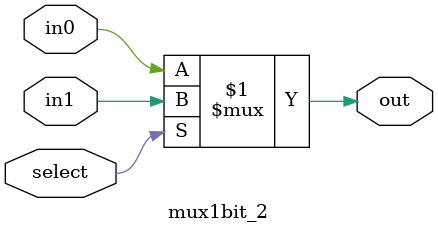
<source format=v>
module mux1bit_2(select,in0,in1,out);
	input in0,in1;
	input select;
	output out;
	assign out = select ? in1:in0;
endmodule

</source>
